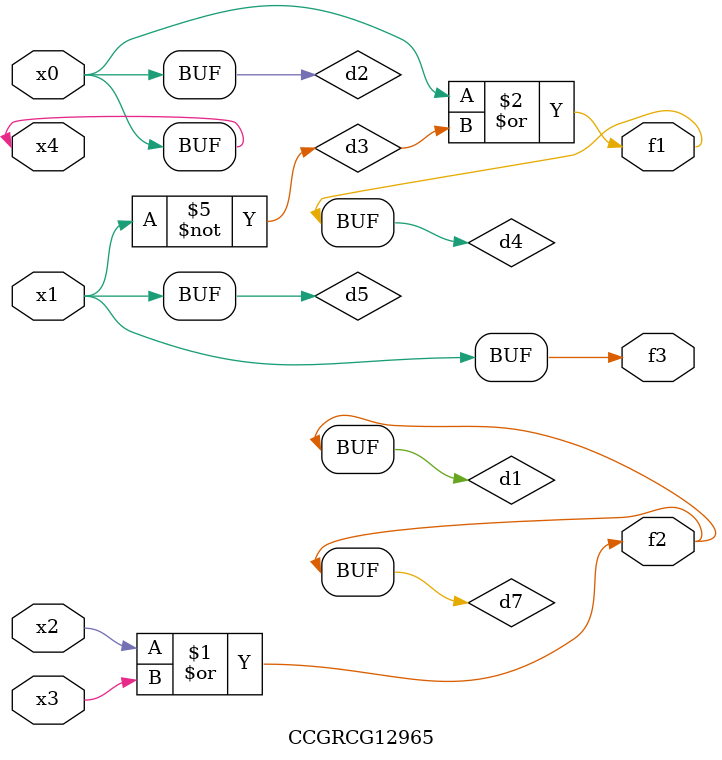
<source format=v>
module CCGRCG12965(
	input x0, x1, x2, x3, x4,
	output f1, f2, f3
);

	wire d1, d2, d3, d4, d5, d6, d7;

	or (d1, x2, x3);
	buf (d2, x0, x4);
	not (d3, x1);
	or (d4, d2, d3);
	not (d5, d3);
	nand (d6, d1, d3);
	or (d7, d1);
	assign f1 = d4;
	assign f2 = d7;
	assign f3 = d5;
endmodule

</source>
